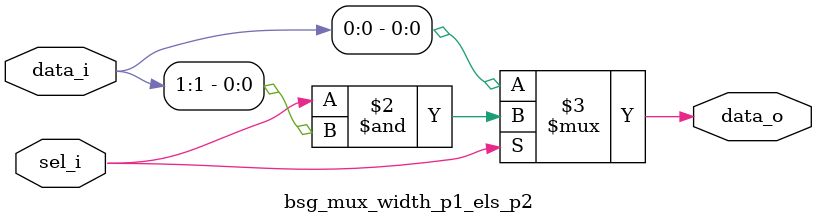
<source format=v>
module bsg_mux_width_p1_els_p2(	// file.cleaned.mlir:2:3
  input  [1:0] data_i,	// file.cleaned.mlir:2:41
  input        sel_i,	// file.cleaned.mlir:2:58
  output       data_o	// file.cleaned.mlir:2:75
);

  wire N1;	// file.cleaned.mlir:8:10
  assign N1 = ~sel_i;	// file.cleaned.mlir:8:10
  assign data_o = N1 ? data_i[0] : sel_i & data_i[1];	// file.cleaned.mlir:4:10, :5:10, :6:10, :7:10, :8:10, :9:5
endmodule


</source>
